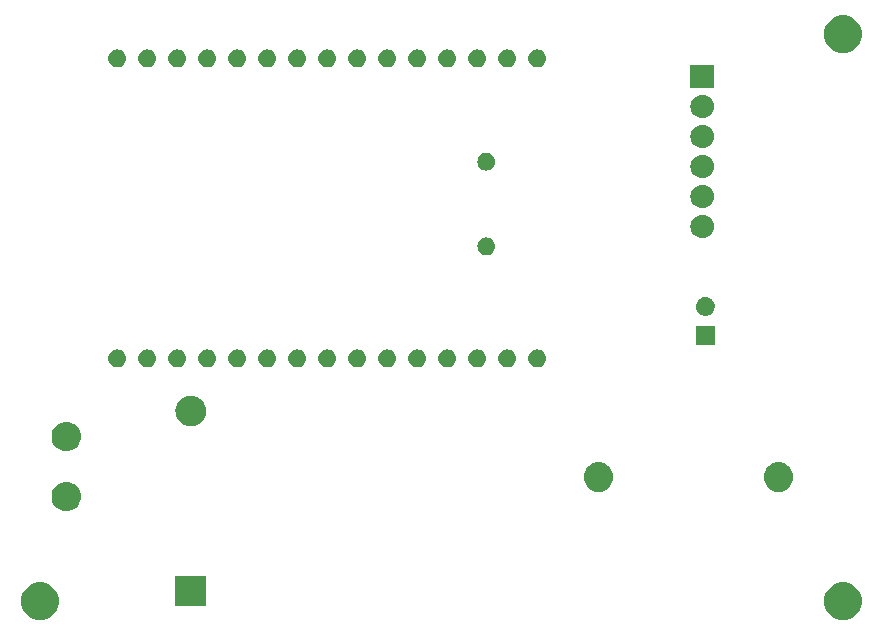
<source format=gbs>
G04 #@! TF.GenerationSoftware,KiCad,Pcbnew,8.0.9*
G04 #@! TF.CreationDate,2025-07-12T12:55:35+02:00*
G04 #@! TF.ProjectId,OBD_Circuit,4f42445f-4369-4726-9375-69742e6b6963,rev?*
G04 #@! TF.SameCoordinates,Original*
G04 #@! TF.FileFunction,Soldermask,Bot*
G04 #@! TF.FilePolarity,Negative*
%FSLAX46Y46*%
G04 Gerber Fmt 4.6, Leading zero omitted, Abs format (unit mm)*
G04 Created by KiCad (PCBNEW 8.0.9) date 2025-07-12 12:55:35*
%MOMM*%
%LPD*%
G01*
G04 APERTURE LIST*
G04 APERTURE END LIST*
G36*
X123750295Y-119919699D02*
G01*
X123994427Y-119978310D01*
X124226385Y-120074390D01*
X124440456Y-120205573D01*
X124631371Y-120368629D01*
X124794427Y-120559544D01*
X124925610Y-120773615D01*
X125021690Y-121005573D01*
X125080301Y-121249705D01*
X125100000Y-121500000D01*
X125080301Y-121750295D01*
X125021690Y-121994427D01*
X124925610Y-122226385D01*
X124794427Y-122440456D01*
X124631371Y-122631371D01*
X124440456Y-122794427D01*
X124226385Y-122925610D01*
X123994427Y-123021690D01*
X123750295Y-123080301D01*
X123500000Y-123100000D01*
X123249705Y-123080301D01*
X123005573Y-123021690D01*
X122773615Y-122925610D01*
X122559544Y-122794427D01*
X122368629Y-122631371D01*
X122205573Y-122440456D01*
X122074390Y-122226385D01*
X121978310Y-121994427D01*
X121919699Y-121750295D01*
X121900000Y-121500000D01*
X121919699Y-121249705D01*
X121978310Y-121005573D01*
X122074390Y-120773615D01*
X122205573Y-120559544D01*
X122368629Y-120368629D01*
X122559544Y-120205573D01*
X122773615Y-120074390D01*
X123005573Y-119978310D01*
X123249705Y-119919699D01*
X123500000Y-119900000D01*
X123750295Y-119919699D01*
G37*
G36*
X191750295Y-119919699D02*
G01*
X191994427Y-119978310D01*
X192226385Y-120074390D01*
X192440456Y-120205573D01*
X192631371Y-120368629D01*
X192794427Y-120559544D01*
X192925610Y-120773615D01*
X193021690Y-121005573D01*
X193080301Y-121249705D01*
X193100000Y-121500000D01*
X193080301Y-121750295D01*
X193021690Y-121994427D01*
X192925610Y-122226385D01*
X192794427Y-122440456D01*
X192631371Y-122631371D01*
X192440456Y-122794427D01*
X192226385Y-122925610D01*
X191994427Y-123021690D01*
X191750295Y-123080301D01*
X191500000Y-123100000D01*
X191249705Y-123080301D01*
X191005573Y-123021690D01*
X190773615Y-122925610D01*
X190559544Y-122794427D01*
X190368629Y-122631371D01*
X190205573Y-122440456D01*
X190074390Y-122226385D01*
X189978310Y-121994427D01*
X189919699Y-121750295D01*
X189900000Y-121500000D01*
X189919699Y-121249705D01*
X189978310Y-121005573D01*
X190074390Y-120773615D01*
X190205573Y-120559544D01*
X190368629Y-120368629D01*
X190559544Y-120205573D01*
X190773615Y-120074390D01*
X191005573Y-119978310D01*
X191249705Y-119919699D01*
X191500000Y-119900000D01*
X191750295Y-119919699D01*
G37*
G36*
X137571000Y-121950000D02*
G01*
X134971000Y-121950000D01*
X134971000Y-119350000D01*
X137571000Y-119350000D01*
X137571000Y-121950000D01*
G37*
G36*
X125947060Y-111417990D02*
G01*
X126157525Y-111474384D01*
X126355000Y-111566468D01*
X126533485Y-111691444D01*
X126687556Y-111845515D01*
X126812532Y-112024000D01*
X126904616Y-112221475D01*
X126961010Y-112431940D01*
X126980000Y-112649000D01*
X126961010Y-112866060D01*
X126904616Y-113076525D01*
X126812532Y-113274000D01*
X126687556Y-113452485D01*
X126533485Y-113606556D01*
X126355000Y-113731532D01*
X126157525Y-113823616D01*
X125947060Y-113880010D01*
X125730000Y-113899000D01*
X125512940Y-113880010D01*
X125302475Y-113823616D01*
X125105000Y-113731532D01*
X124926515Y-113606556D01*
X124772444Y-113452485D01*
X124647468Y-113274000D01*
X124555384Y-113076525D01*
X124498990Y-112866060D01*
X124480000Y-112649000D01*
X124498990Y-112431940D01*
X124555384Y-112221475D01*
X124647468Y-112024000D01*
X124772444Y-111845515D01*
X124926515Y-111691444D01*
X125105000Y-111566468D01*
X125302475Y-111474384D01*
X125512940Y-111417990D01*
X125730000Y-111399000D01*
X125947060Y-111417990D01*
G37*
G36*
X171006660Y-109768990D02*
G01*
X171217125Y-109825384D01*
X171414600Y-109917468D01*
X171593085Y-110042444D01*
X171747156Y-110196515D01*
X171872132Y-110375000D01*
X171964216Y-110572475D01*
X172020610Y-110782940D01*
X172039600Y-111000000D01*
X172020610Y-111217060D01*
X171964216Y-111427525D01*
X171872132Y-111625000D01*
X171747156Y-111803485D01*
X171593085Y-111957556D01*
X171414600Y-112082532D01*
X171217125Y-112174616D01*
X171006660Y-112231010D01*
X170789600Y-112250000D01*
X170572540Y-112231010D01*
X170362075Y-112174616D01*
X170164600Y-112082532D01*
X169986115Y-111957556D01*
X169832044Y-111803485D01*
X169707068Y-111625000D01*
X169614984Y-111427525D01*
X169558590Y-111217060D01*
X169539600Y-111000000D01*
X169558590Y-110782940D01*
X169614984Y-110572475D01*
X169707068Y-110375000D01*
X169832044Y-110196515D01*
X169986115Y-110042444D01*
X170164600Y-109917468D01*
X170362075Y-109825384D01*
X170572540Y-109768990D01*
X170789600Y-109750000D01*
X171006660Y-109768990D01*
G37*
G36*
X186246660Y-109768990D02*
G01*
X186457125Y-109825384D01*
X186654600Y-109917468D01*
X186833085Y-110042444D01*
X186987156Y-110196515D01*
X187112132Y-110375000D01*
X187204216Y-110572475D01*
X187260610Y-110782940D01*
X187279600Y-111000000D01*
X187260610Y-111217060D01*
X187204216Y-111427525D01*
X187112132Y-111625000D01*
X186987156Y-111803485D01*
X186833085Y-111957556D01*
X186654600Y-112082532D01*
X186457125Y-112174616D01*
X186246660Y-112231010D01*
X186029600Y-112250000D01*
X185812540Y-112231010D01*
X185602075Y-112174616D01*
X185404600Y-112082532D01*
X185226115Y-111957556D01*
X185072044Y-111803485D01*
X184947068Y-111625000D01*
X184854984Y-111427525D01*
X184798590Y-111217060D01*
X184779600Y-111000000D01*
X184798590Y-110782940D01*
X184854984Y-110572475D01*
X184947068Y-110375000D01*
X185072044Y-110196515D01*
X185226115Y-110042444D01*
X185404600Y-109917468D01*
X185602075Y-109825384D01*
X185812540Y-109768990D01*
X186029600Y-109750000D01*
X186246660Y-109768990D01*
G37*
G36*
X125947060Y-106337990D02*
G01*
X126157525Y-106394384D01*
X126355000Y-106486468D01*
X126533485Y-106611444D01*
X126687556Y-106765515D01*
X126812532Y-106944000D01*
X126904616Y-107141475D01*
X126961010Y-107351940D01*
X126980000Y-107569000D01*
X126961010Y-107786060D01*
X126904616Y-107996525D01*
X126812532Y-108194000D01*
X126687556Y-108372485D01*
X126533485Y-108526556D01*
X126355000Y-108651532D01*
X126157525Y-108743616D01*
X125947060Y-108800010D01*
X125730000Y-108819000D01*
X125512940Y-108800010D01*
X125302475Y-108743616D01*
X125105000Y-108651532D01*
X124926515Y-108526556D01*
X124772444Y-108372485D01*
X124647468Y-108194000D01*
X124555384Y-107996525D01*
X124498990Y-107786060D01*
X124480000Y-107569000D01*
X124498990Y-107351940D01*
X124555384Y-107141475D01*
X124647468Y-106944000D01*
X124772444Y-106765515D01*
X124926515Y-106611444D01*
X125105000Y-106486468D01*
X125302475Y-106394384D01*
X125512940Y-106337990D01*
X125730000Y-106319000D01*
X125947060Y-106337990D01*
G37*
G36*
X136324092Y-104114645D02*
G01*
X136378334Y-104114645D01*
X136438113Y-104124620D01*
X136496743Y-104129750D01*
X136542788Y-104142088D01*
X136590082Y-104149980D01*
X136653528Y-104171760D01*
X136715626Y-104188400D01*
X136753660Y-104206135D01*
X136793120Y-104219682D01*
X136857954Y-104254768D01*
X136921000Y-104284167D01*
X136950678Y-104304947D01*
X136981920Y-104321855D01*
X137045512Y-104371351D01*
X137106624Y-104414142D01*
X137128164Y-104435682D01*
X137151326Y-104453710D01*
X137210823Y-104518341D01*
X137266858Y-104574376D01*
X137281001Y-104594575D01*
X137296721Y-104611651D01*
X137349168Y-104691927D01*
X137396833Y-104760000D01*
X137404788Y-104777060D01*
X137414134Y-104791365D01*
X137456562Y-104888091D01*
X137492600Y-104965374D01*
X137495955Y-104977896D01*
X137500368Y-104987956D01*
X137529900Y-105104581D01*
X137551250Y-105184257D01*
X137551869Y-105191335D01*
X137553066Y-105196061D01*
X137567102Y-105365451D01*
X137571000Y-105410000D01*
X137567102Y-105454552D01*
X137553066Y-105623938D01*
X137551869Y-105628663D01*
X137551250Y-105635743D01*
X137529896Y-105715436D01*
X137500368Y-105832043D01*
X137495956Y-105842101D01*
X137492600Y-105854626D01*
X137456555Y-105931924D01*
X137414134Y-106028634D01*
X137404790Y-106042936D01*
X137396833Y-106060000D01*
X137349158Y-106128086D01*
X137296721Y-106208348D01*
X137281004Y-106225420D01*
X137266858Y-106245624D01*
X137210812Y-106301669D01*
X137151326Y-106366289D01*
X137128169Y-106384312D01*
X137106624Y-106405858D01*
X137045499Y-106448657D01*
X136981920Y-106498144D01*
X136950684Y-106515047D01*
X136921000Y-106535833D01*
X136857941Y-106565237D01*
X136793120Y-106600317D01*
X136753669Y-106613860D01*
X136715626Y-106631600D01*
X136653515Y-106648242D01*
X136590082Y-106670019D01*
X136542796Y-106677909D01*
X136496743Y-106690250D01*
X136438109Y-106695379D01*
X136378334Y-106705355D01*
X136324092Y-106705355D01*
X136271000Y-106710000D01*
X136217908Y-106705355D01*
X136163666Y-106705355D01*
X136103889Y-106695379D01*
X136045257Y-106690250D01*
X135999204Y-106677910D01*
X135951917Y-106670019D01*
X135888480Y-106648241D01*
X135826374Y-106631600D01*
X135788333Y-106613861D01*
X135748879Y-106600317D01*
X135684051Y-106565234D01*
X135621000Y-106535833D01*
X135591318Y-106515050D01*
X135560079Y-106498144D01*
X135496490Y-106448650D01*
X135435376Y-106405858D01*
X135413834Y-106384316D01*
X135390673Y-106366289D01*
X135331175Y-106301657D01*
X135275142Y-106245624D01*
X135260998Y-106225425D01*
X135245278Y-106208348D01*
X135192826Y-106128064D01*
X135145167Y-106060000D01*
X135137212Y-106042941D01*
X135127865Y-106028634D01*
X135085427Y-105931887D01*
X135049400Y-105854626D01*
X135046045Y-105842106D01*
X135041631Y-105832043D01*
X135012085Y-105715368D01*
X134990750Y-105635743D01*
X134990131Y-105628669D01*
X134988933Y-105623938D01*
X134974878Y-105454336D01*
X134971000Y-105410000D01*
X134974878Y-105365667D01*
X134988933Y-105196061D01*
X134990131Y-105191328D01*
X134990750Y-105184257D01*
X135012081Y-105104649D01*
X135041631Y-104987956D01*
X135046046Y-104977890D01*
X135049400Y-104965374D01*
X135085420Y-104888127D01*
X135127865Y-104791365D01*
X135137214Y-104777055D01*
X135145167Y-104760000D01*
X135192816Y-104691948D01*
X135245278Y-104611651D01*
X135261001Y-104594570D01*
X135275142Y-104574376D01*
X135331163Y-104518354D01*
X135390673Y-104453710D01*
X135413838Y-104435679D01*
X135435376Y-104414142D01*
X135496478Y-104371358D01*
X135560079Y-104321855D01*
X135591325Y-104304945D01*
X135621000Y-104284167D01*
X135684037Y-104254772D01*
X135748879Y-104219682D01*
X135788341Y-104206134D01*
X135826374Y-104188400D01*
X135888466Y-104171762D01*
X135951917Y-104149980D01*
X135999212Y-104142087D01*
X136045257Y-104129750D01*
X136103885Y-104124620D01*
X136163666Y-104114645D01*
X136217908Y-104114645D01*
X136271000Y-104110000D01*
X136324092Y-104114645D01*
G37*
G36*
X130217561Y-100222105D02*
G01*
X130378619Y-100278462D01*
X130523099Y-100369244D01*
X130643756Y-100489901D01*
X130734538Y-100634381D01*
X130790895Y-100795439D01*
X130810000Y-100965000D01*
X130790895Y-101134561D01*
X130734538Y-101295619D01*
X130643756Y-101440099D01*
X130523099Y-101560756D01*
X130378619Y-101651538D01*
X130217561Y-101707895D01*
X130048000Y-101727000D01*
X129878439Y-101707895D01*
X129717381Y-101651538D01*
X129572901Y-101560756D01*
X129452244Y-101440099D01*
X129361462Y-101295619D01*
X129305105Y-101134561D01*
X129286000Y-100965000D01*
X129305105Y-100795439D01*
X129361462Y-100634381D01*
X129452244Y-100489901D01*
X129572901Y-100369244D01*
X129717381Y-100278462D01*
X129878439Y-100222105D01*
X130048000Y-100203000D01*
X130217561Y-100222105D01*
G37*
G36*
X132757561Y-100222105D02*
G01*
X132918619Y-100278462D01*
X133063099Y-100369244D01*
X133183756Y-100489901D01*
X133274538Y-100634381D01*
X133330895Y-100795439D01*
X133350000Y-100965000D01*
X133330895Y-101134561D01*
X133274538Y-101295619D01*
X133183756Y-101440099D01*
X133063099Y-101560756D01*
X132918619Y-101651538D01*
X132757561Y-101707895D01*
X132588000Y-101727000D01*
X132418439Y-101707895D01*
X132257381Y-101651538D01*
X132112901Y-101560756D01*
X131992244Y-101440099D01*
X131901462Y-101295619D01*
X131845105Y-101134561D01*
X131826000Y-100965000D01*
X131845105Y-100795439D01*
X131901462Y-100634381D01*
X131992244Y-100489901D01*
X132112901Y-100369244D01*
X132257381Y-100278462D01*
X132418439Y-100222105D01*
X132588000Y-100203000D01*
X132757561Y-100222105D01*
G37*
G36*
X135297561Y-100222105D02*
G01*
X135458619Y-100278462D01*
X135603099Y-100369244D01*
X135723756Y-100489901D01*
X135814538Y-100634381D01*
X135870895Y-100795439D01*
X135890000Y-100965000D01*
X135870895Y-101134561D01*
X135814538Y-101295619D01*
X135723756Y-101440099D01*
X135603099Y-101560756D01*
X135458619Y-101651538D01*
X135297561Y-101707895D01*
X135128000Y-101727000D01*
X134958439Y-101707895D01*
X134797381Y-101651538D01*
X134652901Y-101560756D01*
X134532244Y-101440099D01*
X134441462Y-101295619D01*
X134385105Y-101134561D01*
X134366000Y-100965000D01*
X134385105Y-100795439D01*
X134441462Y-100634381D01*
X134532244Y-100489901D01*
X134652901Y-100369244D01*
X134797381Y-100278462D01*
X134958439Y-100222105D01*
X135128000Y-100203000D01*
X135297561Y-100222105D01*
G37*
G36*
X137837561Y-100222105D02*
G01*
X137998619Y-100278462D01*
X138143099Y-100369244D01*
X138263756Y-100489901D01*
X138354538Y-100634381D01*
X138410895Y-100795439D01*
X138430000Y-100965000D01*
X138410895Y-101134561D01*
X138354538Y-101295619D01*
X138263756Y-101440099D01*
X138143099Y-101560756D01*
X137998619Y-101651538D01*
X137837561Y-101707895D01*
X137668000Y-101727000D01*
X137498439Y-101707895D01*
X137337381Y-101651538D01*
X137192901Y-101560756D01*
X137072244Y-101440099D01*
X136981462Y-101295619D01*
X136925105Y-101134561D01*
X136906000Y-100965000D01*
X136925105Y-100795439D01*
X136981462Y-100634381D01*
X137072244Y-100489901D01*
X137192901Y-100369244D01*
X137337381Y-100278462D01*
X137498439Y-100222105D01*
X137668000Y-100203000D01*
X137837561Y-100222105D01*
G37*
G36*
X140377561Y-100222105D02*
G01*
X140538619Y-100278462D01*
X140683099Y-100369244D01*
X140803756Y-100489901D01*
X140894538Y-100634381D01*
X140950895Y-100795439D01*
X140970000Y-100965000D01*
X140950895Y-101134561D01*
X140894538Y-101295619D01*
X140803756Y-101440099D01*
X140683099Y-101560756D01*
X140538619Y-101651538D01*
X140377561Y-101707895D01*
X140208000Y-101727000D01*
X140038439Y-101707895D01*
X139877381Y-101651538D01*
X139732901Y-101560756D01*
X139612244Y-101440099D01*
X139521462Y-101295619D01*
X139465105Y-101134561D01*
X139446000Y-100965000D01*
X139465105Y-100795439D01*
X139521462Y-100634381D01*
X139612244Y-100489901D01*
X139732901Y-100369244D01*
X139877381Y-100278462D01*
X140038439Y-100222105D01*
X140208000Y-100203000D01*
X140377561Y-100222105D01*
G37*
G36*
X142917561Y-100222105D02*
G01*
X143078619Y-100278462D01*
X143223099Y-100369244D01*
X143343756Y-100489901D01*
X143434538Y-100634381D01*
X143490895Y-100795439D01*
X143510000Y-100965000D01*
X143490895Y-101134561D01*
X143434538Y-101295619D01*
X143343756Y-101440099D01*
X143223099Y-101560756D01*
X143078619Y-101651538D01*
X142917561Y-101707895D01*
X142748000Y-101727000D01*
X142578439Y-101707895D01*
X142417381Y-101651538D01*
X142272901Y-101560756D01*
X142152244Y-101440099D01*
X142061462Y-101295619D01*
X142005105Y-101134561D01*
X141986000Y-100965000D01*
X142005105Y-100795439D01*
X142061462Y-100634381D01*
X142152244Y-100489901D01*
X142272901Y-100369244D01*
X142417381Y-100278462D01*
X142578439Y-100222105D01*
X142748000Y-100203000D01*
X142917561Y-100222105D01*
G37*
G36*
X145457561Y-100222105D02*
G01*
X145618619Y-100278462D01*
X145763099Y-100369244D01*
X145883756Y-100489901D01*
X145974538Y-100634381D01*
X146030895Y-100795439D01*
X146050000Y-100965000D01*
X146030895Y-101134561D01*
X145974538Y-101295619D01*
X145883756Y-101440099D01*
X145763099Y-101560756D01*
X145618619Y-101651538D01*
X145457561Y-101707895D01*
X145288000Y-101727000D01*
X145118439Y-101707895D01*
X144957381Y-101651538D01*
X144812901Y-101560756D01*
X144692244Y-101440099D01*
X144601462Y-101295619D01*
X144545105Y-101134561D01*
X144526000Y-100965000D01*
X144545105Y-100795439D01*
X144601462Y-100634381D01*
X144692244Y-100489901D01*
X144812901Y-100369244D01*
X144957381Y-100278462D01*
X145118439Y-100222105D01*
X145288000Y-100203000D01*
X145457561Y-100222105D01*
G37*
G36*
X147997561Y-100222105D02*
G01*
X148158619Y-100278462D01*
X148303099Y-100369244D01*
X148423756Y-100489901D01*
X148514538Y-100634381D01*
X148570895Y-100795439D01*
X148590000Y-100965000D01*
X148570895Y-101134561D01*
X148514538Y-101295619D01*
X148423756Y-101440099D01*
X148303099Y-101560756D01*
X148158619Y-101651538D01*
X147997561Y-101707895D01*
X147828000Y-101727000D01*
X147658439Y-101707895D01*
X147497381Y-101651538D01*
X147352901Y-101560756D01*
X147232244Y-101440099D01*
X147141462Y-101295619D01*
X147085105Y-101134561D01*
X147066000Y-100965000D01*
X147085105Y-100795439D01*
X147141462Y-100634381D01*
X147232244Y-100489901D01*
X147352901Y-100369244D01*
X147497381Y-100278462D01*
X147658439Y-100222105D01*
X147828000Y-100203000D01*
X147997561Y-100222105D01*
G37*
G36*
X150537561Y-100222105D02*
G01*
X150698619Y-100278462D01*
X150843099Y-100369244D01*
X150963756Y-100489901D01*
X151054538Y-100634381D01*
X151110895Y-100795439D01*
X151130000Y-100965000D01*
X151110895Y-101134561D01*
X151054538Y-101295619D01*
X150963756Y-101440099D01*
X150843099Y-101560756D01*
X150698619Y-101651538D01*
X150537561Y-101707895D01*
X150368000Y-101727000D01*
X150198439Y-101707895D01*
X150037381Y-101651538D01*
X149892901Y-101560756D01*
X149772244Y-101440099D01*
X149681462Y-101295619D01*
X149625105Y-101134561D01*
X149606000Y-100965000D01*
X149625105Y-100795439D01*
X149681462Y-100634381D01*
X149772244Y-100489901D01*
X149892901Y-100369244D01*
X150037381Y-100278462D01*
X150198439Y-100222105D01*
X150368000Y-100203000D01*
X150537561Y-100222105D01*
G37*
G36*
X153077561Y-100222105D02*
G01*
X153238619Y-100278462D01*
X153383099Y-100369244D01*
X153503756Y-100489901D01*
X153594538Y-100634381D01*
X153650895Y-100795439D01*
X153670000Y-100965000D01*
X153650895Y-101134561D01*
X153594538Y-101295619D01*
X153503756Y-101440099D01*
X153383099Y-101560756D01*
X153238619Y-101651538D01*
X153077561Y-101707895D01*
X152908000Y-101727000D01*
X152738439Y-101707895D01*
X152577381Y-101651538D01*
X152432901Y-101560756D01*
X152312244Y-101440099D01*
X152221462Y-101295619D01*
X152165105Y-101134561D01*
X152146000Y-100965000D01*
X152165105Y-100795439D01*
X152221462Y-100634381D01*
X152312244Y-100489901D01*
X152432901Y-100369244D01*
X152577381Y-100278462D01*
X152738439Y-100222105D01*
X152908000Y-100203000D01*
X153077561Y-100222105D01*
G37*
G36*
X155617561Y-100222105D02*
G01*
X155778619Y-100278462D01*
X155923099Y-100369244D01*
X156043756Y-100489901D01*
X156134538Y-100634381D01*
X156190895Y-100795439D01*
X156210000Y-100965000D01*
X156190895Y-101134561D01*
X156134538Y-101295619D01*
X156043756Y-101440099D01*
X155923099Y-101560756D01*
X155778619Y-101651538D01*
X155617561Y-101707895D01*
X155448000Y-101727000D01*
X155278439Y-101707895D01*
X155117381Y-101651538D01*
X154972901Y-101560756D01*
X154852244Y-101440099D01*
X154761462Y-101295619D01*
X154705105Y-101134561D01*
X154686000Y-100965000D01*
X154705105Y-100795439D01*
X154761462Y-100634381D01*
X154852244Y-100489901D01*
X154972901Y-100369244D01*
X155117381Y-100278462D01*
X155278439Y-100222105D01*
X155448000Y-100203000D01*
X155617561Y-100222105D01*
G37*
G36*
X158157561Y-100222105D02*
G01*
X158318619Y-100278462D01*
X158463099Y-100369244D01*
X158583756Y-100489901D01*
X158674538Y-100634381D01*
X158730895Y-100795439D01*
X158750000Y-100965000D01*
X158730895Y-101134561D01*
X158674538Y-101295619D01*
X158583756Y-101440099D01*
X158463099Y-101560756D01*
X158318619Y-101651538D01*
X158157561Y-101707895D01*
X157988000Y-101727000D01*
X157818439Y-101707895D01*
X157657381Y-101651538D01*
X157512901Y-101560756D01*
X157392244Y-101440099D01*
X157301462Y-101295619D01*
X157245105Y-101134561D01*
X157226000Y-100965000D01*
X157245105Y-100795439D01*
X157301462Y-100634381D01*
X157392244Y-100489901D01*
X157512901Y-100369244D01*
X157657381Y-100278462D01*
X157818439Y-100222105D01*
X157988000Y-100203000D01*
X158157561Y-100222105D01*
G37*
G36*
X160697561Y-100222105D02*
G01*
X160858619Y-100278462D01*
X161003099Y-100369244D01*
X161123756Y-100489901D01*
X161214538Y-100634381D01*
X161270895Y-100795439D01*
X161290000Y-100965000D01*
X161270895Y-101134561D01*
X161214538Y-101295619D01*
X161123756Y-101440099D01*
X161003099Y-101560756D01*
X160858619Y-101651538D01*
X160697561Y-101707895D01*
X160528000Y-101727000D01*
X160358439Y-101707895D01*
X160197381Y-101651538D01*
X160052901Y-101560756D01*
X159932244Y-101440099D01*
X159841462Y-101295619D01*
X159785105Y-101134561D01*
X159766000Y-100965000D01*
X159785105Y-100795439D01*
X159841462Y-100634381D01*
X159932244Y-100489901D01*
X160052901Y-100369244D01*
X160197381Y-100278462D01*
X160358439Y-100222105D01*
X160528000Y-100203000D01*
X160697561Y-100222105D01*
G37*
G36*
X163237561Y-100222105D02*
G01*
X163398619Y-100278462D01*
X163543099Y-100369244D01*
X163663756Y-100489901D01*
X163754538Y-100634381D01*
X163810895Y-100795439D01*
X163830000Y-100965000D01*
X163810895Y-101134561D01*
X163754538Y-101295619D01*
X163663756Y-101440099D01*
X163543099Y-101560756D01*
X163398619Y-101651538D01*
X163237561Y-101707895D01*
X163068000Y-101727000D01*
X162898439Y-101707895D01*
X162737381Y-101651538D01*
X162592901Y-101560756D01*
X162472244Y-101440099D01*
X162381462Y-101295619D01*
X162325105Y-101134561D01*
X162306000Y-100965000D01*
X162325105Y-100795439D01*
X162381462Y-100634381D01*
X162472244Y-100489901D01*
X162592901Y-100369244D01*
X162737381Y-100278462D01*
X162898439Y-100222105D01*
X163068000Y-100203000D01*
X163237561Y-100222105D01*
G37*
G36*
X165777561Y-100222105D02*
G01*
X165938619Y-100278462D01*
X166083099Y-100369244D01*
X166203756Y-100489901D01*
X166294538Y-100634381D01*
X166350895Y-100795439D01*
X166370000Y-100965000D01*
X166350895Y-101134561D01*
X166294538Y-101295619D01*
X166203756Y-101440099D01*
X166083099Y-101560756D01*
X165938619Y-101651538D01*
X165777561Y-101707895D01*
X165608000Y-101727000D01*
X165438439Y-101707895D01*
X165277381Y-101651538D01*
X165132901Y-101560756D01*
X165012244Y-101440099D01*
X164921462Y-101295619D01*
X164865105Y-101134561D01*
X164846000Y-100965000D01*
X164865105Y-100795439D01*
X164921462Y-100634381D01*
X165012244Y-100489901D01*
X165132901Y-100369244D01*
X165277381Y-100278462D01*
X165438439Y-100222105D01*
X165608000Y-100203000D01*
X165777561Y-100222105D01*
G37*
G36*
X180632000Y-99860000D02*
G01*
X179032000Y-99860000D01*
X179032000Y-98260000D01*
X180632000Y-98260000D01*
X180632000Y-99860000D01*
G37*
G36*
X179873811Y-95764711D02*
G01*
X179915588Y-95764711D01*
X179962718Y-95774728D01*
X180010017Y-95780058D01*
X180044408Y-95792092D01*
X180079110Y-95799468D01*
X180129117Y-95821733D01*
X180179107Y-95839225D01*
X180205128Y-95855575D01*
X180231835Y-95867466D01*
X180281633Y-95903646D01*
X180330792Y-95934535D01*
X180348444Y-95952187D01*
X180367084Y-95965730D01*
X180413165Y-96016908D01*
X180457465Y-96061208D01*
X180467654Y-96077424D01*
X180478946Y-96089965D01*
X180517573Y-96156870D01*
X180552775Y-96212893D01*
X180557170Y-96225453D01*
X180562535Y-96234746D01*
X180590010Y-96319305D01*
X180611942Y-96381983D01*
X180612773Y-96389363D01*
X180614195Y-96393738D01*
X180627076Y-96516306D01*
X180632000Y-96560000D01*
X180627076Y-96603697D01*
X180614195Y-96726261D01*
X180612773Y-96730635D01*
X180611942Y-96738017D01*
X180590005Y-96800707D01*
X180562535Y-96885253D01*
X180557171Y-96894543D01*
X180552775Y-96907107D01*
X180517566Y-96963140D01*
X180478946Y-97030034D01*
X180467656Y-97042572D01*
X180457465Y-97058792D01*
X180413155Y-97103101D01*
X180367084Y-97154269D01*
X180348448Y-97167808D01*
X180330792Y-97185465D01*
X180281623Y-97216359D01*
X180231835Y-97252533D01*
X180205134Y-97264421D01*
X180179107Y-97280775D01*
X180129107Y-97298270D01*
X180079110Y-97320531D01*
X180044414Y-97327905D01*
X180010017Y-97339942D01*
X179962715Y-97345271D01*
X179915588Y-97355289D01*
X179873811Y-97355289D01*
X179832000Y-97360000D01*
X179790189Y-97355289D01*
X179748412Y-97355289D01*
X179701284Y-97345271D01*
X179653983Y-97339942D01*
X179619586Y-97327906D01*
X179584889Y-97320531D01*
X179534887Y-97298268D01*
X179484893Y-97280775D01*
X179458868Y-97264422D01*
X179432164Y-97252533D01*
X179382369Y-97216355D01*
X179333208Y-97185465D01*
X179315554Y-97167811D01*
X179296915Y-97154269D01*
X179250833Y-97103090D01*
X179206535Y-97058792D01*
X179196345Y-97042575D01*
X179185053Y-97030034D01*
X179146420Y-96963120D01*
X179111225Y-96907107D01*
X179106830Y-96894547D01*
X179101464Y-96885253D01*
X179073980Y-96800667D01*
X179052058Y-96738017D01*
X179051226Y-96730639D01*
X179049804Y-96726261D01*
X179036908Y-96603565D01*
X179032000Y-96560000D01*
X179036908Y-96516438D01*
X179049804Y-96393738D01*
X179051226Y-96389358D01*
X179052058Y-96381983D01*
X179073975Y-96319345D01*
X179101464Y-96234746D01*
X179106831Y-96225449D01*
X179111225Y-96212893D01*
X179146413Y-96156890D01*
X179185053Y-96089965D01*
X179196347Y-96077421D01*
X179206535Y-96061208D01*
X179250826Y-96016916D01*
X179296917Y-95965728D01*
X179315559Y-95952183D01*
X179333208Y-95934535D01*
X179382354Y-95903654D01*
X179432162Y-95867467D01*
X179458873Y-95855574D01*
X179484893Y-95839225D01*
X179534877Y-95821734D01*
X179584889Y-95799468D01*
X179619592Y-95792091D01*
X179653983Y-95780058D01*
X179701281Y-95774728D01*
X179748412Y-95764711D01*
X179790189Y-95764711D01*
X179832000Y-95760000D01*
X179873811Y-95764711D01*
G37*
G36*
X161469561Y-90741309D02*
G01*
X161630619Y-90797666D01*
X161775099Y-90888448D01*
X161895756Y-91009105D01*
X161986538Y-91153585D01*
X162042895Y-91314643D01*
X162062000Y-91484204D01*
X162042895Y-91653765D01*
X161986538Y-91814823D01*
X161895756Y-91959303D01*
X161775099Y-92079960D01*
X161630619Y-92170742D01*
X161469561Y-92227099D01*
X161300000Y-92246204D01*
X161130439Y-92227099D01*
X160969381Y-92170742D01*
X160824901Y-92079960D01*
X160704244Y-91959303D01*
X160613462Y-91814823D01*
X160557105Y-91653765D01*
X160538000Y-91484204D01*
X160557105Y-91314643D01*
X160613462Y-91153585D01*
X160704244Y-91009105D01*
X160824901Y-90888448D01*
X160969381Y-90797666D01*
X161130439Y-90741309D01*
X161300000Y-90722204D01*
X161469561Y-90741309D01*
G37*
G36*
X179773090Y-88808215D02*
G01*
X179960683Y-88865120D01*
X180133570Y-88957530D01*
X180285107Y-89081893D01*
X180409470Y-89233430D01*
X180501880Y-89406317D01*
X180558785Y-89593910D01*
X180578000Y-89789000D01*
X180558785Y-89984090D01*
X180501880Y-90171683D01*
X180409470Y-90344570D01*
X180285107Y-90496107D01*
X180133570Y-90620470D01*
X179960683Y-90712880D01*
X179773090Y-90769785D01*
X179578000Y-90789000D01*
X179382910Y-90769785D01*
X179195317Y-90712880D01*
X179022430Y-90620470D01*
X178870893Y-90496107D01*
X178746530Y-90344570D01*
X178654120Y-90171683D01*
X178597215Y-89984090D01*
X178578000Y-89789000D01*
X178597215Y-89593910D01*
X178654120Y-89406317D01*
X178746530Y-89233430D01*
X178870893Y-89081893D01*
X179022430Y-88957530D01*
X179195317Y-88865120D01*
X179382910Y-88808215D01*
X179578000Y-88789000D01*
X179773090Y-88808215D01*
G37*
G36*
X179773090Y-86268215D02*
G01*
X179960683Y-86325120D01*
X180133570Y-86417530D01*
X180285107Y-86541893D01*
X180409470Y-86693430D01*
X180501880Y-86866317D01*
X180558785Y-87053910D01*
X180578000Y-87249000D01*
X180558785Y-87444090D01*
X180501880Y-87631683D01*
X180409470Y-87804570D01*
X180285107Y-87956107D01*
X180133570Y-88080470D01*
X179960683Y-88172880D01*
X179773090Y-88229785D01*
X179578000Y-88249000D01*
X179382910Y-88229785D01*
X179195317Y-88172880D01*
X179022430Y-88080470D01*
X178870893Y-87956107D01*
X178746530Y-87804570D01*
X178654120Y-87631683D01*
X178597215Y-87444090D01*
X178578000Y-87249000D01*
X178597215Y-87053910D01*
X178654120Y-86866317D01*
X178746530Y-86693430D01*
X178870893Y-86541893D01*
X179022430Y-86417530D01*
X179195317Y-86325120D01*
X179382910Y-86268215D01*
X179578000Y-86249000D01*
X179773090Y-86268215D01*
G37*
G36*
X179773090Y-83728215D02*
G01*
X179960683Y-83785120D01*
X180133570Y-83877530D01*
X180285107Y-84001893D01*
X180409470Y-84153430D01*
X180501880Y-84326317D01*
X180558785Y-84513910D01*
X180578000Y-84709000D01*
X180558785Y-84904090D01*
X180501880Y-85091683D01*
X180409470Y-85264570D01*
X180285107Y-85416107D01*
X180133570Y-85540470D01*
X179960683Y-85632880D01*
X179773090Y-85689785D01*
X179578000Y-85709000D01*
X179382910Y-85689785D01*
X179195317Y-85632880D01*
X179022430Y-85540470D01*
X178870893Y-85416107D01*
X178746530Y-85264570D01*
X178654120Y-85091683D01*
X178597215Y-84904090D01*
X178578000Y-84709000D01*
X178597215Y-84513910D01*
X178654120Y-84326317D01*
X178746530Y-84153430D01*
X178870893Y-84001893D01*
X179022430Y-83877530D01*
X179195317Y-83785120D01*
X179382910Y-83728215D01*
X179578000Y-83709000D01*
X179773090Y-83728215D01*
G37*
G36*
X161469561Y-83557105D02*
G01*
X161630619Y-83613462D01*
X161775099Y-83704244D01*
X161895756Y-83824901D01*
X161986538Y-83969381D01*
X162042895Y-84130439D01*
X162062000Y-84300000D01*
X162042895Y-84469561D01*
X161986538Y-84630619D01*
X161895756Y-84775099D01*
X161775099Y-84895756D01*
X161630619Y-84986538D01*
X161469561Y-85042895D01*
X161300000Y-85062000D01*
X161130439Y-85042895D01*
X160969381Y-84986538D01*
X160824901Y-84895756D01*
X160704244Y-84775099D01*
X160613462Y-84630619D01*
X160557105Y-84469561D01*
X160538000Y-84300000D01*
X160557105Y-84130439D01*
X160613462Y-83969381D01*
X160704244Y-83824901D01*
X160824901Y-83704244D01*
X160969381Y-83613462D01*
X161130439Y-83557105D01*
X161300000Y-83538000D01*
X161469561Y-83557105D01*
G37*
G36*
X179773090Y-81188215D02*
G01*
X179960683Y-81245120D01*
X180133570Y-81337530D01*
X180285107Y-81461893D01*
X180409470Y-81613430D01*
X180501880Y-81786317D01*
X180558785Y-81973910D01*
X180578000Y-82169000D01*
X180558785Y-82364090D01*
X180501880Y-82551683D01*
X180409470Y-82724570D01*
X180285107Y-82876107D01*
X180133570Y-83000470D01*
X179960683Y-83092880D01*
X179773090Y-83149785D01*
X179578000Y-83169000D01*
X179382910Y-83149785D01*
X179195317Y-83092880D01*
X179022430Y-83000470D01*
X178870893Y-82876107D01*
X178746530Y-82724570D01*
X178654120Y-82551683D01*
X178597215Y-82364090D01*
X178578000Y-82169000D01*
X178597215Y-81973910D01*
X178654120Y-81786317D01*
X178746530Y-81613430D01*
X178870893Y-81461893D01*
X179022430Y-81337530D01*
X179195317Y-81245120D01*
X179382910Y-81188215D01*
X179578000Y-81169000D01*
X179773090Y-81188215D01*
G37*
G36*
X179773090Y-78648215D02*
G01*
X179960683Y-78705120D01*
X180133570Y-78797530D01*
X180285107Y-78921893D01*
X180409470Y-79073430D01*
X180501880Y-79246317D01*
X180558785Y-79433910D01*
X180578000Y-79629000D01*
X180558785Y-79824090D01*
X180501880Y-80011683D01*
X180409470Y-80184570D01*
X180285107Y-80336107D01*
X180133570Y-80460470D01*
X179960683Y-80552880D01*
X179773090Y-80609785D01*
X179578000Y-80629000D01*
X179382910Y-80609785D01*
X179195317Y-80552880D01*
X179022430Y-80460470D01*
X178870893Y-80336107D01*
X178746530Y-80184570D01*
X178654120Y-80011683D01*
X178597215Y-79824090D01*
X178578000Y-79629000D01*
X178597215Y-79433910D01*
X178654120Y-79246317D01*
X178746530Y-79073430D01*
X178870893Y-78921893D01*
X179022430Y-78797530D01*
X179195317Y-78705120D01*
X179382910Y-78648215D01*
X179578000Y-78629000D01*
X179773090Y-78648215D01*
G37*
G36*
X180578000Y-78089000D02*
G01*
X178578000Y-78089000D01*
X178578000Y-76089000D01*
X180578000Y-76089000D01*
X180578000Y-78089000D01*
G37*
G36*
X130217561Y-74822105D02*
G01*
X130378619Y-74878462D01*
X130523099Y-74969244D01*
X130643756Y-75089901D01*
X130734538Y-75234381D01*
X130790895Y-75395439D01*
X130810000Y-75565000D01*
X130790895Y-75734561D01*
X130734538Y-75895619D01*
X130643756Y-76040099D01*
X130523099Y-76160756D01*
X130378619Y-76251538D01*
X130217561Y-76307895D01*
X130048000Y-76327000D01*
X129878439Y-76307895D01*
X129717381Y-76251538D01*
X129572901Y-76160756D01*
X129452244Y-76040099D01*
X129361462Y-75895619D01*
X129305105Y-75734561D01*
X129286000Y-75565000D01*
X129305105Y-75395439D01*
X129361462Y-75234381D01*
X129452244Y-75089901D01*
X129572901Y-74969244D01*
X129717381Y-74878462D01*
X129878439Y-74822105D01*
X130048000Y-74803000D01*
X130217561Y-74822105D01*
G37*
G36*
X132757561Y-74822105D02*
G01*
X132918619Y-74878462D01*
X133063099Y-74969244D01*
X133183756Y-75089901D01*
X133274538Y-75234381D01*
X133330895Y-75395439D01*
X133350000Y-75565000D01*
X133330895Y-75734561D01*
X133274538Y-75895619D01*
X133183756Y-76040099D01*
X133063099Y-76160756D01*
X132918619Y-76251538D01*
X132757561Y-76307895D01*
X132588000Y-76327000D01*
X132418439Y-76307895D01*
X132257381Y-76251538D01*
X132112901Y-76160756D01*
X131992244Y-76040099D01*
X131901462Y-75895619D01*
X131845105Y-75734561D01*
X131826000Y-75565000D01*
X131845105Y-75395439D01*
X131901462Y-75234381D01*
X131992244Y-75089901D01*
X132112901Y-74969244D01*
X132257381Y-74878462D01*
X132418439Y-74822105D01*
X132588000Y-74803000D01*
X132757561Y-74822105D01*
G37*
G36*
X135297561Y-74822105D02*
G01*
X135458619Y-74878462D01*
X135603099Y-74969244D01*
X135723756Y-75089901D01*
X135814538Y-75234381D01*
X135870895Y-75395439D01*
X135890000Y-75565000D01*
X135870895Y-75734561D01*
X135814538Y-75895619D01*
X135723756Y-76040099D01*
X135603099Y-76160756D01*
X135458619Y-76251538D01*
X135297561Y-76307895D01*
X135128000Y-76327000D01*
X134958439Y-76307895D01*
X134797381Y-76251538D01*
X134652901Y-76160756D01*
X134532244Y-76040099D01*
X134441462Y-75895619D01*
X134385105Y-75734561D01*
X134366000Y-75565000D01*
X134385105Y-75395439D01*
X134441462Y-75234381D01*
X134532244Y-75089901D01*
X134652901Y-74969244D01*
X134797381Y-74878462D01*
X134958439Y-74822105D01*
X135128000Y-74803000D01*
X135297561Y-74822105D01*
G37*
G36*
X137837561Y-74822105D02*
G01*
X137998619Y-74878462D01*
X138143099Y-74969244D01*
X138263756Y-75089901D01*
X138354538Y-75234381D01*
X138410895Y-75395439D01*
X138430000Y-75565000D01*
X138410895Y-75734561D01*
X138354538Y-75895619D01*
X138263756Y-76040099D01*
X138143099Y-76160756D01*
X137998619Y-76251538D01*
X137837561Y-76307895D01*
X137668000Y-76327000D01*
X137498439Y-76307895D01*
X137337381Y-76251538D01*
X137192901Y-76160756D01*
X137072244Y-76040099D01*
X136981462Y-75895619D01*
X136925105Y-75734561D01*
X136906000Y-75565000D01*
X136925105Y-75395439D01*
X136981462Y-75234381D01*
X137072244Y-75089901D01*
X137192901Y-74969244D01*
X137337381Y-74878462D01*
X137498439Y-74822105D01*
X137668000Y-74803000D01*
X137837561Y-74822105D01*
G37*
G36*
X140377561Y-74822105D02*
G01*
X140538619Y-74878462D01*
X140683099Y-74969244D01*
X140803756Y-75089901D01*
X140894538Y-75234381D01*
X140950895Y-75395439D01*
X140970000Y-75565000D01*
X140950895Y-75734561D01*
X140894538Y-75895619D01*
X140803756Y-76040099D01*
X140683099Y-76160756D01*
X140538619Y-76251538D01*
X140377561Y-76307895D01*
X140208000Y-76327000D01*
X140038439Y-76307895D01*
X139877381Y-76251538D01*
X139732901Y-76160756D01*
X139612244Y-76040099D01*
X139521462Y-75895619D01*
X139465105Y-75734561D01*
X139446000Y-75565000D01*
X139465105Y-75395439D01*
X139521462Y-75234381D01*
X139612244Y-75089901D01*
X139732901Y-74969244D01*
X139877381Y-74878462D01*
X140038439Y-74822105D01*
X140208000Y-74803000D01*
X140377561Y-74822105D01*
G37*
G36*
X142917561Y-74822105D02*
G01*
X143078619Y-74878462D01*
X143223099Y-74969244D01*
X143343756Y-75089901D01*
X143434538Y-75234381D01*
X143490895Y-75395439D01*
X143510000Y-75565000D01*
X143490895Y-75734561D01*
X143434538Y-75895619D01*
X143343756Y-76040099D01*
X143223099Y-76160756D01*
X143078619Y-76251538D01*
X142917561Y-76307895D01*
X142748000Y-76327000D01*
X142578439Y-76307895D01*
X142417381Y-76251538D01*
X142272901Y-76160756D01*
X142152244Y-76040099D01*
X142061462Y-75895619D01*
X142005105Y-75734561D01*
X141986000Y-75565000D01*
X142005105Y-75395439D01*
X142061462Y-75234381D01*
X142152244Y-75089901D01*
X142272901Y-74969244D01*
X142417381Y-74878462D01*
X142578439Y-74822105D01*
X142748000Y-74803000D01*
X142917561Y-74822105D01*
G37*
G36*
X145457561Y-74822105D02*
G01*
X145618619Y-74878462D01*
X145763099Y-74969244D01*
X145883756Y-75089901D01*
X145974538Y-75234381D01*
X146030895Y-75395439D01*
X146050000Y-75565000D01*
X146030895Y-75734561D01*
X145974538Y-75895619D01*
X145883756Y-76040099D01*
X145763099Y-76160756D01*
X145618619Y-76251538D01*
X145457561Y-76307895D01*
X145288000Y-76327000D01*
X145118439Y-76307895D01*
X144957381Y-76251538D01*
X144812901Y-76160756D01*
X144692244Y-76040099D01*
X144601462Y-75895619D01*
X144545105Y-75734561D01*
X144526000Y-75565000D01*
X144545105Y-75395439D01*
X144601462Y-75234381D01*
X144692244Y-75089901D01*
X144812901Y-74969244D01*
X144957381Y-74878462D01*
X145118439Y-74822105D01*
X145288000Y-74803000D01*
X145457561Y-74822105D01*
G37*
G36*
X147997561Y-74822105D02*
G01*
X148158619Y-74878462D01*
X148303099Y-74969244D01*
X148423756Y-75089901D01*
X148514538Y-75234381D01*
X148570895Y-75395439D01*
X148590000Y-75565000D01*
X148570895Y-75734561D01*
X148514538Y-75895619D01*
X148423756Y-76040099D01*
X148303099Y-76160756D01*
X148158619Y-76251538D01*
X147997561Y-76307895D01*
X147828000Y-76327000D01*
X147658439Y-76307895D01*
X147497381Y-76251538D01*
X147352901Y-76160756D01*
X147232244Y-76040099D01*
X147141462Y-75895619D01*
X147085105Y-75734561D01*
X147066000Y-75565000D01*
X147085105Y-75395439D01*
X147141462Y-75234381D01*
X147232244Y-75089901D01*
X147352901Y-74969244D01*
X147497381Y-74878462D01*
X147658439Y-74822105D01*
X147828000Y-74803000D01*
X147997561Y-74822105D01*
G37*
G36*
X150537561Y-74822105D02*
G01*
X150698619Y-74878462D01*
X150843099Y-74969244D01*
X150963756Y-75089901D01*
X151054538Y-75234381D01*
X151110895Y-75395439D01*
X151130000Y-75565000D01*
X151110895Y-75734561D01*
X151054538Y-75895619D01*
X150963756Y-76040099D01*
X150843099Y-76160756D01*
X150698619Y-76251538D01*
X150537561Y-76307895D01*
X150368000Y-76327000D01*
X150198439Y-76307895D01*
X150037381Y-76251538D01*
X149892901Y-76160756D01*
X149772244Y-76040099D01*
X149681462Y-75895619D01*
X149625105Y-75734561D01*
X149606000Y-75565000D01*
X149625105Y-75395439D01*
X149681462Y-75234381D01*
X149772244Y-75089901D01*
X149892901Y-74969244D01*
X150037381Y-74878462D01*
X150198439Y-74822105D01*
X150368000Y-74803000D01*
X150537561Y-74822105D01*
G37*
G36*
X153077561Y-74822105D02*
G01*
X153238619Y-74878462D01*
X153383099Y-74969244D01*
X153503756Y-75089901D01*
X153594538Y-75234381D01*
X153650895Y-75395439D01*
X153670000Y-75565000D01*
X153650895Y-75734561D01*
X153594538Y-75895619D01*
X153503756Y-76040099D01*
X153383099Y-76160756D01*
X153238619Y-76251538D01*
X153077561Y-76307895D01*
X152908000Y-76327000D01*
X152738439Y-76307895D01*
X152577381Y-76251538D01*
X152432901Y-76160756D01*
X152312244Y-76040099D01*
X152221462Y-75895619D01*
X152165105Y-75734561D01*
X152146000Y-75565000D01*
X152165105Y-75395439D01*
X152221462Y-75234381D01*
X152312244Y-75089901D01*
X152432901Y-74969244D01*
X152577381Y-74878462D01*
X152738439Y-74822105D01*
X152908000Y-74803000D01*
X153077561Y-74822105D01*
G37*
G36*
X155617561Y-74822105D02*
G01*
X155778619Y-74878462D01*
X155923099Y-74969244D01*
X156043756Y-75089901D01*
X156134538Y-75234381D01*
X156190895Y-75395439D01*
X156210000Y-75565000D01*
X156190895Y-75734561D01*
X156134538Y-75895619D01*
X156043756Y-76040099D01*
X155923099Y-76160756D01*
X155778619Y-76251538D01*
X155617561Y-76307895D01*
X155448000Y-76327000D01*
X155278439Y-76307895D01*
X155117381Y-76251538D01*
X154972901Y-76160756D01*
X154852244Y-76040099D01*
X154761462Y-75895619D01*
X154705105Y-75734561D01*
X154686000Y-75565000D01*
X154705105Y-75395439D01*
X154761462Y-75234381D01*
X154852244Y-75089901D01*
X154972901Y-74969244D01*
X155117381Y-74878462D01*
X155278439Y-74822105D01*
X155448000Y-74803000D01*
X155617561Y-74822105D01*
G37*
G36*
X158157561Y-74822105D02*
G01*
X158318619Y-74878462D01*
X158463099Y-74969244D01*
X158583756Y-75089901D01*
X158674538Y-75234381D01*
X158730895Y-75395439D01*
X158750000Y-75565000D01*
X158730895Y-75734561D01*
X158674538Y-75895619D01*
X158583756Y-76040099D01*
X158463099Y-76160756D01*
X158318619Y-76251538D01*
X158157561Y-76307895D01*
X157988000Y-76327000D01*
X157818439Y-76307895D01*
X157657381Y-76251538D01*
X157512901Y-76160756D01*
X157392244Y-76040099D01*
X157301462Y-75895619D01*
X157245105Y-75734561D01*
X157226000Y-75565000D01*
X157245105Y-75395439D01*
X157301462Y-75234381D01*
X157392244Y-75089901D01*
X157512901Y-74969244D01*
X157657381Y-74878462D01*
X157818439Y-74822105D01*
X157988000Y-74803000D01*
X158157561Y-74822105D01*
G37*
G36*
X160697561Y-74822105D02*
G01*
X160858619Y-74878462D01*
X161003099Y-74969244D01*
X161123756Y-75089901D01*
X161214538Y-75234381D01*
X161270895Y-75395439D01*
X161290000Y-75565000D01*
X161270895Y-75734561D01*
X161214538Y-75895619D01*
X161123756Y-76040099D01*
X161003099Y-76160756D01*
X160858619Y-76251538D01*
X160697561Y-76307895D01*
X160528000Y-76327000D01*
X160358439Y-76307895D01*
X160197381Y-76251538D01*
X160052901Y-76160756D01*
X159932244Y-76040099D01*
X159841462Y-75895619D01*
X159785105Y-75734561D01*
X159766000Y-75565000D01*
X159785105Y-75395439D01*
X159841462Y-75234381D01*
X159932244Y-75089901D01*
X160052901Y-74969244D01*
X160197381Y-74878462D01*
X160358439Y-74822105D01*
X160528000Y-74803000D01*
X160697561Y-74822105D01*
G37*
G36*
X163237561Y-74822105D02*
G01*
X163398619Y-74878462D01*
X163543099Y-74969244D01*
X163663756Y-75089901D01*
X163754538Y-75234381D01*
X163810895Y-75395439D01*
X163830000Y-75565000D01*
X163810895Y-75734561D01*
X163754538Y-75895619D01*
X163663756Y-76040099D01*
X163543099Y-76160756D01*
X163398619Y-76251538D01*
X163237561Y-76307895D01*
X163068000Y-76327000D01*
X162898439Y-76307895D01*
X162737381Y-76251538D01*
X162592901Y-76160756D01*
X162472244Y-76040099D01*
X162381462Y-75895619D01*
X162325105Y-75734561D01*
X162306000Y-75565000D01*
X162325105Y-75395439D01*
X162381462Y-75234381D01*
X162472244Y-75089901D01*
X162592901Y-74969244D01*
X162737381Y-74878462D01*
X162898439Y-74822105D01*
X163068000Y-74803000D01*
X163237561Y-74822105D01*
G37*
G36*
X165777561Y-74822105D02*
G01*
X165938619Y-74878462D01*
X166083099Y-74969244D01*
X166203756Y-75089901D01*
X166294538Y-75234381D01*
X166350895Y-75395439D01*
X166370000Y-75565000D01*
X166350895Y-75734561D01*
X166294538Y-75895619D01*
X166203756Y-76040099D01*
X166083099Y-76160756D01*
X165938619Y-76251538D01*
X165777561Y-76307895D01*
X165608000Y-76327000D01*
X165438439Y-76307895D01*
X165277381Y-76251538D01*
X165132901Y-76160756D01*
X165012244Y-76040099D01*
X164921462Y-75895619D01*
X164865105Y-75734561D01*
X164846000Y-75565000D01*
X164865105Y-75395439D01*
X164921462Y-75234381D01*
X165012244Y-75089901D01*
X165132901Y-74969244D01*
X165277381Y-74878462D01*
X165438439Y-74822105D01*
X165608000Y-74803000D01*
X165777561Y-74822105D01*
G37*
G36*
X191750295Y-71919699D02*
G01*
X191994427Y-71978310D01*
X192226385Y-72074390D01*
X192440456Y-72205573D01*
X192631371Y-72368629D01*
X192794427Y-72559544D01*
X192925610Y-72773615D01*
X193021690Y-73005573D01*
X193080301Y-73249705D01*
X193100000Y-73500000D01*
X193080301Y-73750295D01*
X193021690Y-73994427D01*
X192925610Y-74226385D01*
X192794427Y-74440456D01*
X192631371Y-74631371D01*
X192440456Y-74794427D01*
X192226385Y-74925610D01*
X191994427Y-75021690D01*
X191750295Y-75080301D01*
X191500000Y-75100000D01*
X191249705Y-75080301D01*
X191005573Y-75021690D01*
X190773615Y-74925610D01*
X190559544Y-74794427D01*
X190368629Y-74631371D01*
X190205573Y-74440456D01*
X190074390Y-74226385D01*
X189978310Y-73994427D01*
X189919699Y-73750295D01*
X189900000Y-73500000D01*
X189919699Y-73249705D01*
X189978310Y-73005573D01*
X190074390Y-72773615D01*
X190205573Y-72559544D01*
X190368629Y-72368629D01*
X190559544Y-72205573D01*
X190773615Y-72074390D01*
X191005573Y-71978310D01*
X191249705Y-71919699D01*
X191500000Y-71900000D01*
X191750295Y-71919699D01*
G37*
M02*

</source>
